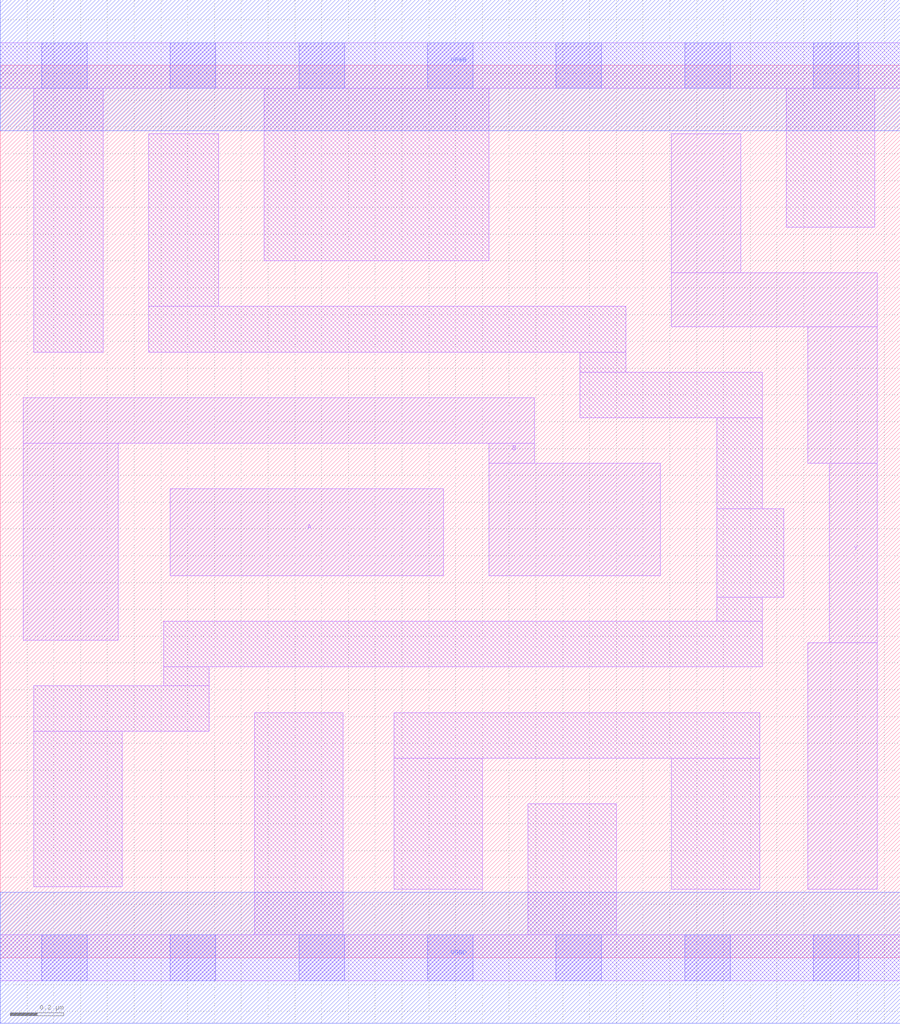
<source format=lef>
# Copyright 2020 The SkyWater PDK Authors
#
# Licensed under the Apache License, Version 2.0 (the "License");
# you may not use this file except in compliance with the License.
# You may obtain a copy of the License at
#
#     https://www.apache.org/licenses/LICENSE-2.0
#
# Unless required by applicable law or agreed to in writing, software
# distributed under the License is distributed on an "AS IS" BASIS,
# WITHOUT WARRANTIES OR CONDITIONS OF ANY KIND, either express or implied.
# See the License for the specific language governing permissions and
# limitations under the License.
#
# SPDX-License-Identifier: Apache-2.0

VERSION 5.7 ;
  NOWIREEXTENSIONATPIN ON ;
  DIVIDERCHAR "/" ;
  BUSBITCHARS "[]" ;
UNITS
  DATABASE MICRONS 200 ;
END UNITS
MACRO sky130_fd_sc_lp__xnor2_1
  CLASS CORE ;
  FOREIGN sky130_fd_sc_lp__xnor2_1 ;
  ORIGIN  0.000000  0.000000 ;
  SIZE  3.360000 BY  3.330000 ;
  SYMMETRY X Y R90 ;
  SITE unit ;
  PIN A
    ANTENNAGATEAREA  0.630000 ;
    DIRECTION INPUT ;
    USE SIGNAL ;
    PORT
      LAYER li1 ;
        RECT 0.635000 1.425000 1.655000 1.750000 ;
    END
  END A
  PIN B
    ANTENNAGATEAREA  0.630000 ;
    DIRECTION INPUT ;
    USE SIGNAL ;
    PORT
      LAYER li1 ;
        RECT 0.085000 1.185000 0.440000 1.920000 ;
        RECT 0.085000 1.920000 1.995000 2.090000 ;
        RECT 1.825000 1.425000 2.465000 1.845000 ;
        RECT 1.825000 1.845000 1.995000 1.920000 ;
    END
  END B
  PIN Y
    ANTENNADIFFAREA  0.657300 ;
    DIRECTION OUTPUT ;
    USE SIGNAL ;
    PORT
      LAYER li1 ;
        RECT 2.505000 2.355000 3.275000 2.555000 ;
        RECT 2.505000 2.555000 2.765000 3.075000 ;
        RECT 3.015000 0.255000 3.275000 1.175000 ;
        RECT 3.015000 1.845000 3.275000 2.355000 ;
        RECT 3.095000 1.175000 3.275000 1.845000 ;
    END
  END Y
  PIN VGND
    DIRECTION INOUT ;
    USE GROUND ;
    PORT
      LAYER met1 ;
        RECT 0.000000 -0.245000 3.360000 0.245000 ;
    END
  END VGND
  PIN VPWR
    DIRECTION INOUT ;
    USE POWER ;
    PORT
      LAYER met1 ;
        RECT 0.000000 3.085000 3.360000 3.575000 ;
    END
  END VPWR
  OBS
    LAYER li1 ;
      RECT 0.000000 -0.085000 3.360000 0.085000 ;
      RECT 0.000000  3.245000 3.360000 3.415000 ;
      RECT 0.125000  0.265000 0.455000 0.845000 ;
      RECT 0.125000  0.845000 0.780000 1.015000 ;
      RECT 0.125000  2.260000 0.385000 3.245000 ;
      RECT 0.555000  2.260000 2.335000 2.430000 ;
      RECT 0.555000  2.430000 0.815000 3.075000 ;
      RECT 0.610000  1.015000 0.780000 1.085000 ;
      RECT 0.610000  1.085000 2.845000 1.255000 ;
      RECT 0.950000  0.085000 1.280000 0.915000 ;
      RECT 0.985000  2.600000 1.825000 3.245000 ;
      RECT 1.470000  0.255000 1.800000 0.745000 ;
      RECT 1.470000  0.745000 2.835000 0.915000 ;
      RECT 1.970000  0.085000 2.300000 0.575000 ;
      RECT 2.165000  2.015000 2.845000 2.185000 ;
      RECT 2.165000  2.185000 2.335000 2.260000 ;
      RECT 2.505000  0.255000 2.835000 0.745000 ;
      RECT 2.675000  1.255000 2.845000 1.345000 ;
      RECT 2.675000  1.345000 2.925000 1.675000 ;
      RECT 2.675000  1.675000 2.845000 2.015000 ;
      RECT 2.935000  2.725000 3.265000 3.245000 ;
    LAYER mcon ;
      RECT 0.155000 -0.085000 0.325000 0.085000 ;
      RECT 0.155000  3.245000 0.325000 3.415000 ;
      RECT 0.635000 -0.085000 0.805000 0.085000 ;
      RECT 0.635000  3.245000 0.805000 3.415000 ;
      RECT 1.115000 -0.085000 1.285000 0.085000 ;
      RECT 1.115000  3.245000 1.285000 3.415000 ;
      RECT 1.595000 -0.085000 1.765000 0.085000 ;
      RECT 1.595000  3.245000 1.765000 3.415000 ;
      RECT 2.075000 -0.085000 2.245000 0.085000 ;
      RECT 2.075000  3.245000 2.245000 3.415000 ;
      RECT 2.555000 -0.085000 2.725000 0.085000 ;
      RECT 2.555000  3.245000 2.725000 3.415000 ;
      RECT 3.035000 -0.085000 3.205000 0.085000 ;
      RECT 3.035000  3.245000 3.205000 3.415000 ;
  END
END sky130_fd_sc_lp__xnor2_1
END LIBRARY

</source>
